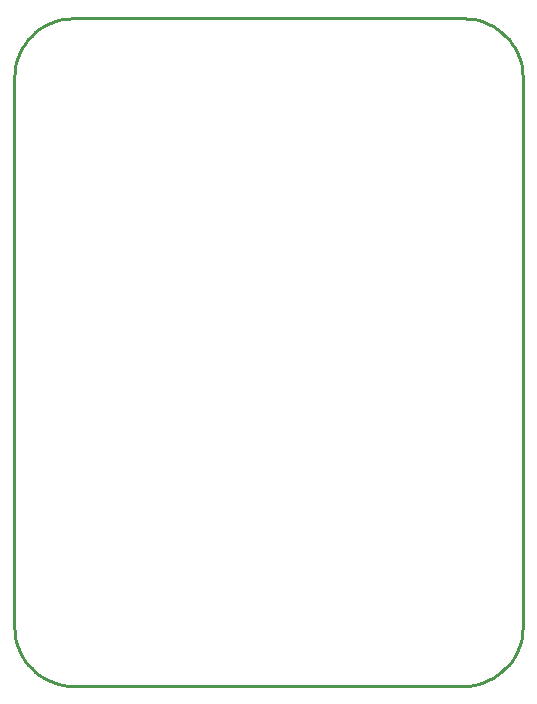
<source format=gbr>
G04 EAGLE Gerber RS-274X export*
G75*
%MOMM*%
%FSLAX34Y34*%
%LPD*%
%IN*%
%IPPOS*%
%AMOC8*
5,1,8,0,0,1.08239X$1,22.5*%
G01*
G04 Define Apertures*
%ADD10C,0.254000*%
D10*
X-43180Y51270D02*
X-42990Y46912D01*
X-42420Y42588D01*
X-41476Y38329D01*
X-40165Y34169D01*
X-38495Y30139D01*
X-36481Y26270D01*
X-34138Y22591D01*
X-31482Y19131D01*
X-28535Y15915D01*
X-25319Y12968D01*
X-21859Y10312D01*
X-18180Y7969D01*
X-14311Y5955D01*
X-10281Y4285D01*
X-6121Y2974D01*
X-1862Y2030D01*
X2462Y1460D01*
X6820Y1270D01*
X337150Y1270D01*
X341508Y1460D01*
X345832Y2030D01*
X350091Y2974D01*
X354251Y4285D01*
X358281Y5955D01*
X362150Y7969D01*
X365829Y10312D01*
X369289Y12968D01*
X372505Y15915D01*
X375452Y19131D01*
X378108Y22591D01*
X380451Y26270D01*
X382465Y30139D01*
X384135Y34169D01*
X385446Y38329D01*
X386390Y42588D01*
X386960Y46912D01*
X387150Y51270D01*
X387150Y516295D01*
X386960Y520653D01*
X386390Y524977D01*
X385446Y529236D01*
X384135Y533396D01*
X382465Y537426D01*
X380451Y541295D01*
X378108Y544974D01*
X375452Y548434D01*
X372505Y551650D01*
X369289Y554597D01*
X365829Y557253D01*
X362150Y559596D01*
X358281Y561610D01*
X354251Y563280D01*
X350091Y564591D01*
X345832Y565535D01*
X341508Y566105D01*
X337150Y566295D01*
X6820Y566295D01*
X2462Y566105D01*
X-1862Y565535D01*
X-6121Y564591D01*
X-10281Y563280D01*
X-14311Y561610D01*
X-18180Y559596D01*
X-21859Y557253D01*
X-25319Y554597D01*
X-28535Y551650D01*
X-31482Y548434D01*
X-34138Y544974D01*
X-36481Y541295D01*
X-38495Y537426D01*
X-40165Y533396D01*
X-41476Y529236D01*
X-42420Y524977D01*
X-42990Y520653D01*
X-43180Y516295D01*
X-43180Y51270D01*
M02*

</source>
